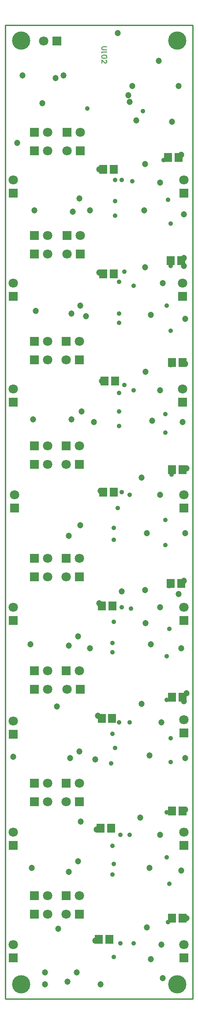
<source format=gbs>
G04 Layer_Color=16711935*
%FSLAX25Y25*%
%MOIN*%
G70*
G01*
G75*
%ADD22C,0.01000*%
%ADD23C,0.00800*%
%ADD48C,0.13800*%
%ADD49C,0.07099*%
%ADD50R,0.07099X0.07099*%
%ADD51R,0.07099X0.07099*%
%ADD52C,0.04737*%
%ADD53C,0.03556*%
%ADD54R,0.05918X0.06902*%
D22*
X0Y-736221D02*
X141732D01*
Y0D01*
X0D02*
X141732D01*
X0Y-736221D02*
Y0D01*
D23*
X76499Y-16500D02*
X73583D01*
X73000Y-17083D01*
Y-18249D01*
X73583Y-18833D01*
X76499D01*
X73000Y-19999D02*
Y-21165D01*
Y-20582D01*
X76499D01*
X75916Y-19999D01*
Y-22915D02*
X76499Y-23498D01*
Y-24664D01*
X75916Y-25247D01*
X73583D01*
X73000Y-24664D01*
Y-23498D01*
X73583Y-22915D01*
X75916D01*
X73000Y-28746D02*
Y-26414D01*
X75333Y-28746D01*
X75916D01*
X76499Y-28163D01*
Y-26997D01*
X75916Y-26414D01*
D48*
X129921Y-725000D02*
D03*
X11811D02*
D03*
X129921Y-11811D02*
D03*
X11811D02*
D03*
D49*
X135000Y-695000D02*
D03*
X6000D02*
D03*
X135000Y-610000D02*
D03*
X6000D02*
D03*
X135000Y-525000D02*
D03*
X6000Y-526000D02*
D03*
X135000Y-440000D02*
D03*
X6000D02*
D03*
X32000Y-672013D02*
D03*
Y-658000D02*
D03*
X56000D02*
D03*
X46000Y-672013D02*
D03*
X32000Y-587000D02*
D03*
Y-573000D02*
D03*
X56000D02*
D03*
X46000Y-587000D02*
D03*
X32000Y-502000D02*
D03*
Y-488000D02*
D03*
X56000D02*
D03*
X46476Y-502000D02*
D03*
X32000Y-417000D02*
D03*
Y-403000D02*
D03*
X56000D02*
D03*
X46000Y-417000D02*
D03*
X135000Y-355000D02*
D03*
X7000D02*
D03*
X134000Y-275000D02*
D03*
X6000D02*
D03*
X134000Y-195000D02*
D03*
X6000D02*
D03*
X29000Y-12000D02*
D03*
X6000Y-117000D02*
D03*
X32000Y-81000D02*
D03*
Y-95000D02*
D03*
X56476Y-81000D02*
D03*
X46476Y-95000D02*
D03*
X135000Y-117000D02*
D03*
X32000Y-159000D02*
D03*
Y-239000D02*
D03*
Y-318000D02*
D03*
Y-173000D02*
D03*
Y-253000D02*
D03*
Y-332000D02*
D03*
X56476Y-159000D02*
D03*
X56000Y-239000D02*
D03*
Y-318000D02*
D03*
X46476Y-173000D02*
D03*
X46000Y-253000D02*
D03*
Y-332000D02*
D03*
D50*
X135000Y-705000D02*
D03*
X6000D02*
D03*
X135000Y-620000D02*
D03*
X6000D02*
D03*
X135000Y-535000D02*
D03*
X6000Y-536000D02*
D03*
X135000Y-450000D02*
D03*
X6000D02*
D03*
X135000Y-365000D02*
D03*
X7000D02*
D03*
X134000Y-285000D02*
D03*
X6000D02*
D03*
X134000Y-205000D02*
D03*
X6000D02*
D03*
Y-127000D02*
D03*
X135000D02*
D03*
D51*
X22000Y-672013D02*
D03*
Y-658000D02*
D03*
X46000D02*
D03*
X56000Y-672013D02*
D03*
X22000Y-587000D02*
D03*
Y-573000D02*
D03*
X46000D02*
D03*
X56000Y-587000D02*
D03*
X22000Y-502000D02*
D03*
Y-488000D02*
D03*
X46000D02*
D03*
X56476Y-502000D02*
D03*
X22000Y-417000D02*
D03*
Y-403000D02*
D03*
X46000D02*
D03*
X56000Y-417000D02*
D03*
X39000Y-12000D02*
D03*
X22000Y-81000D02*
D03*
Y-95000D02*
D03*
X46476Y-81000D02*
D03*
X56476Y-95000D02*
D03*
X22000Y-159000D02*
D03*
Y-239000D02*
D03*
Y-318000D02*
D03*
Y-173000D02*
D03*
Y-253000D02*
D03*
Y-332000D02*
D03*
X46476Y-159000D02*
D03*
X46000Y-239000D02*
D03*
Y-318000D02*
D03*
X56476Y-173000D02*
D03*
X56000Y-253000D02*
D03*
Y-332000D02*
D03*
D52*
X30000Y-725000D02*
D03*
X136000Y-593000D02*
D03*
X30000Y-716000D02*
D03*
X40000Y-683000D02*
D03*
X54000Y-716000D02*
D03*
X47000Y-723000D02*
D03*
X72000Y-725000D02*
D03*
X110000Y-706000D02*
D03*
X119072Y-720500D02*
D03*
X137000Y-675000D02*
D03*
X118000Y-695000D02*
D03*
X107000Y-682000D02*
D03*
X68000Y-692000D02*
D03*
X69000Y-608000D02*
D03*
X20000Y-637000D02*
D03*
X57000Y-602000D02*
D03*
X133000Y-639000D02*
D03*
X109000Y-637000D02*
D03*
X117000Y-612063D02*
D03*
X102000Y-599000D02*
D03*
X55000Y-632000D02*
D03*
X48000Y-640000D02*
D03*
X39000Y-515000D02*
D03*
X68000Y-555000D02*
D03*
X136000Y-554000D02*
D03*
X109000Y-552000D02*
D03*
X137000Y-505000D02*
D03*
X135000Y-511000D02*
D03*
X118000Y-527000D02*
D03*
X103000Y-513000D02*
D03*
X70000Y-522000D02*
D03*
X56000Y-549000D02*
D03*
X49000Y-554000D02*
D03*
X6000Y-553000D02*
D03*
X48000Y-469000D02*
D03*
X19000Y-468000D02*
D03*
X64000Y-471000D02*
D03*
X133000D02*
D03*
X110000Y-468000D02*
D03*
X106000Y-452000D02*
D03*
X88063Y-428276D02*
D03*
X131000Y-430000D02*
D03*
X135000Y-420000D02*
D03*
X71000Y-437000D02*
D03*
X55000Y-462000D02*
D03*
X117000Y-440000D02*
D03*
X105740Y-427000D02*
D03*
X107000Y-384000D02*
D03*
X136000D02*
D03*
X103000Y-342000D02*
D03*
X117000Y-355000D02*
D03*
X56748Y-378000D02*
D03*
X48000Y-386000D02*
D03*
X72000Y-352000D02*
D03*
X137000Y-335000D02*
D03*
X136000Y-256000D02*
D03*
X111000Y-299000D02*
D03*
X134000Y-300000D02*
D03*
X117000Y-276000D02*
D03*
X106000Y-262000D02*
D03*
X73000Y-269000D02*
D03*
X50000Y-298000D02*
D03*
X57748Y-292000D02*
D03*
X67000Y-300000D02*
D03*
X21000Y-298000D02*
D03*
X23000Y-216000D02*
D03*
X71000Y-187000D02*
D03*
X135000Y-143000D02*
D03*
X61000Y-220000D02*
D03*
X110000Y-219000D02*
D03*
X136000Y-222000D02*
D03*
X135000Y-182000D02*
D03*
Y-176000D02*
D03*
X105740Y-183000D02*
D03*
X119000Y-195000D02*
D03*
X50000Y-218000D02*
D03*
X56748Y-212000D02*
D03*
X99000Y-72000D02*
D03*
X126000Y-73000D02*
D03*
X105000Y-140000D02*
D03*
X64000D02*
D03*
X22000D02*
D03*
X9000Y-89000D02*
D03*
X28000Y-59000D02*
D03*
X13000Y-38000D02*
D03*
X131000Y-46000D02*
D03*
X116000Y-27000D02*
D03*
X85000Y-6000D02*
D03*
X105740Y-105000D02*
D03*
X94000Y-58000D02*
D03*
X38000Y-40000D02*
D03*
X44000Y-38000D02*
D03*
X95874Y-46000D02*
D03*
X93000Y-53000D02*
D03*
X51000Y-141000D02*
D03*
X56000Y-131000D02*
D03*
X117000Y-119000D02*
D03*
X133000Y-98000D02*
D03*
X71000Y-109000D02*
D03*
D53*
X123063Y-678000D02*
D03*
X124000Y-649000D02*
D03*
X122000Y-629000D02*
D03*
X87000Y-694000D02*
D03*
X96874D02*
D03*
X82000Y-634000D02*
D03*
X80937Y-642000D02*
D03*
X82000Y-704500D02*
D03*
X122000Y-510000D02*
D03*
X125063Y-539063D02*
D03*
Y-557000D02*
D03*
X122000Y-595000D02*
D03*
X87000Y-612000D02*
D03*
X94000Y-612063D02*
D03*
X83000Y-546500D02*
D03*
X80000Y-558000D02*
D03*
X81000Y-620500D02*
D03*
Y-474000D02*
D03*
Y-467000D02*
D03*
X80937Y-535937D02*
D03*
X86000Y-527000D02*
D03*
X94000D02*
D03*
X88000Y-440000D02*
D03*
X95000Y-441000D02*
D03*
X81937Y-451000D02*
D03*
X82000Y-389000D02*
D03*
Y-380000D02*
D03*
X122000Y-477000D02*
D03*
X124000Y-456500D02*
D03*
Y-424000D02*
D03*
X121000Y-393000D02*
D03*
Y-374000D02*
D03*
X125677Y-339677D02*
D03*
X88000Y-353000D02*
D03*
X94063Y-355063D02*
D03*
X85000Y-365000D02*
D03*
X86000Y-303000D02*
D03*
Y-292000D02*
D03*
X90000Y-272000D02*
D03*
X86000Y-278000D02*
D03*
X97000Y-276000D02*
D03*
X121000Y-308000D02*
D03*
Y-294000D02*
D03*
X125000Y-257000D02*
D03*
Y-231000D02*
D03*
X122000Y-212000D02*
D03*
X123000Y-132000D02*
D03*
X86000Y-225000D02*
D03*
X125000Y-182000D02*
D03*
Y-150000D02*
D03*
X97000Y-197000D02*
D03*
X90000Y-186339D02*
D03*
X86000Y-218000D02*
D03*
Y-194000D02*
D03*
X88000Y-117000D02*
D03*
X96000Y-118000D02*
D03*
X82874Y-117126D02*
D03*
X119740Y-102260D02*
D03*
X62000Y-63000D02*
D03*
X104000Y-65000D02*
D03*
X83000Y-133000D02*
D03*
Y-144000D02*
D03*
D54*
X133937Y-675000D02*
D03*
X126063D02*
D03*
X78437Y-691000D02*
D03*
X70563D02*
D03*
X133858Y-594000D02*
D03*
X125984D02*
D03*
X79937Y-607000D02*
D03*
X72063D02*
D03*
X133858Y-508000D02*
D03*
X125984D02*
D03*
X80689Y-524000D02*
D03*
X72815D02*
D03*
X132937Y-422000D02*
D03*
X125063D02*
D03*
X80937Y-439000D02*
D03*
X73063D02*
D03*
X125984Y-255000D02*
D03*
X133858D02*
D03*
X126063Y-336000D02*
D03*
X133937D02*
D03*
X74063Y-353000D02*
D03*
X81937D02*
D03*
X75063Y-269000D02*
D03*
X82937D02*
D03*
X74063Y-188000D02*
D03*
X81937D02*
D03*
X125063Y-178000D02*
D03*
X132937D02*
D03*
X123063Y-100000D02*
D03*
X130937D02*
D03*
X74063Y-109000D02*
D03*
X81937D02*
D03*
M02*

</source>
